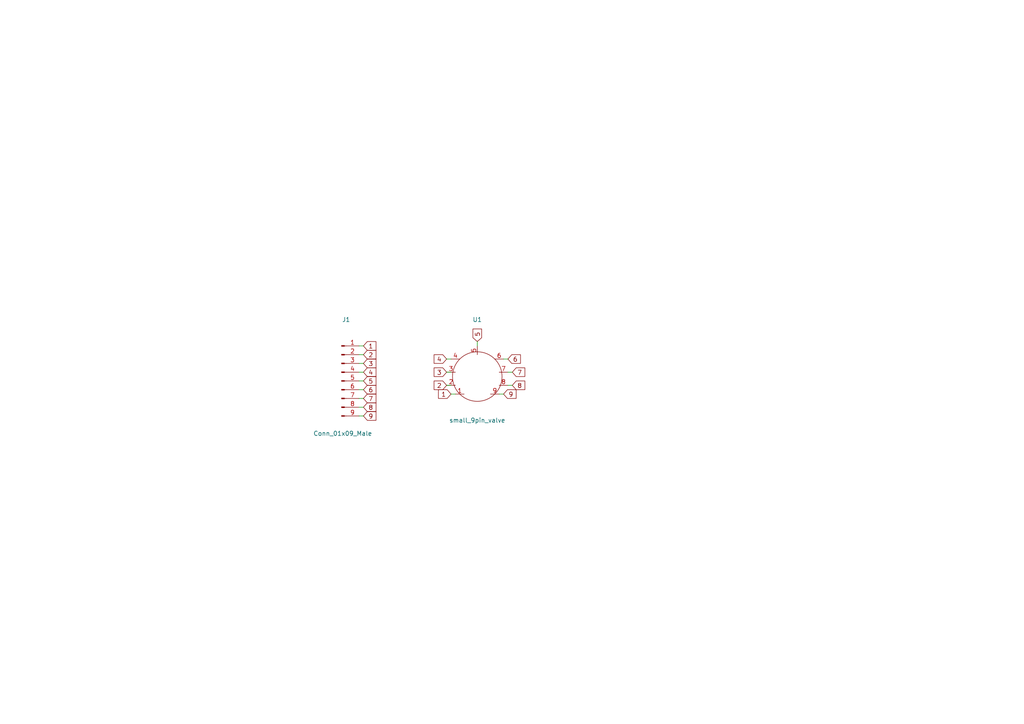
<source format=kicad_sch>
(kicad_sch (version 20211123) (generator eeschema)
  (paper "A4")
  (lib_symbols
    (symbol "Connector:Conn_01x09_Male" (pin_names (offset 1.016) hide)
      (property "Reference" "J" (at 0 12.7 0))
      (property "Value" "Conn_01x09_Male" (at 0 -12.7 0))
      (symbol "Conn_01x09_Male_1_1"
        (polyline (pts (xy 1.27 -10.16) (xy 0.8636 -10.16)) (stroke (width 0.1524)))
        (polyline (pts (xy 1.27 -7.62) (xy 0.8636 -7.62)) (stroke (width 0.1524)))
        (polyline (pts (xy 1.27 -5.08) (xy 0.8636 -5.08)) (stroke (width 0.1524)))
        (polyline (pts (xy 1.27 -2.54) (xy 0.8636 -2.54)) (stroke (width 0.1524)))
        (polyline (pts (xy 1.27 0) (xy 0.8636 0)) (stroke (width 0.1524)))
        (polyline (pts (xy 1.27 2.54) (xy 0.8636 2.54)) (stroke (width 0.1524)))
        (polyline (pts (xy 1.27 5.08) (xy 0.8636 5.08)) (stroke (width 0.1524)))
        (polyline (pts (xy 1.27 7.62) (xy 0.8636 7.62)) (stroke (width 0.1524)))
        (polyline (pts (xy 1.27 10.16) (xy 0.8636 10.16)) (stroke (width 0.1524)))
        (rectangle (start 0.8636 -10.033) (end 0 -10.287) (stroke (width 0.1524)) (fill (type outline)))
        (rectangle (start 0.8636 -7.493) (end 0 -7.747) (stroke (width 0.1524)) (fill (type outline)))
        (rectangle (start 0.8636 -4.953) (end 0 -5.207) (stroke (width 0.1524)) (fill (type outline)))
        (rectangle (start 0.8636 -2.413) (end 0 -2.667) (stroke (width 0.1524)) (fill (type outline)))
        (rectangle (start 0.8636 0.127) (end 0 -0.127) (stroke (width 0.1524)) (fill (type outline)))
        (rectangle (start 0.8636 2.667) (end 0 2.413) (stroke (width 0.1524)) (fill (type outline)))
        (rectangle (start 0.8636 5.207) (end 0 4.953) (stroke (width 0.1524)) (fill (type outline)))
        (rectangle (start 0.8636 7.747) (end 0 7.493) (stroke (width 0.1524)) (fill (type outline)))
        (rectangle (start 0.8636 10.287) (end 0 10.033) (stroke (width 0.1524)) (fill (type outline)))
        (pin passive line (at 5.08 10.16 180) (length 3.81) (name "Pin_1") (number "1"))
        (pin passive line (at 5.08 7.62 180) (length 3.81) (name "Pin_2") (number "2"))
        (pin passive line (at 5.08 5.08 180) (length 3.81) (name "Pin_3") (number "3"))
        (pin passive line (at 5.08 2.54 180) (length 3.81) (name "Pin_4") (number "4"))
        (pin passive line (at 5.08 0 180) (length 3.81) (name "Pin_5") (number "5"))
        (pin passive line (at 5.08 -2.54 180) (length 3.81) (name "Pin_6") (number "6"))
        (pin passive line (at 5.08 -5.08 180) (length 3.81) (name "Pin_7") (number "7"))
        (pin passive line (at 5.08 -7.62 180) (length 3.81) (name "Pin_8") (number "8"))
        (pin passive line (at 5.08 -10.16 180) (length 3.81) (name "Pin_9") (number "9"))
      )
    )
    (symbol "valve_breakout_small9:small_9pin_valve"
      (property "Reference" "U1" (at 0 16.51 0))
      (property "Value" "small_9pin_valve" (at 0 -12.7 0))
      (symbol "small_9pin_valve_0_1"
        (circle (center 0 0) (radius 7.1842))
      )
      (symbol "small_9pin_valve_1_1"
        (pin input line (at -6.35 -5.08 0) (length 2.54) (name "") (number "1"))
        (pin input line (at -8.89 -2.54 0) (length 2.54) (name "") (number "2"))
        (pin input line (at -8.89 1.27 0) (length 2.54) (name "") (number "3"))
        (pin input line (at -7.62 5.08 0) (length 2.54) (name "") (number "4"))
        (pin input line (at 0 8.89 270) (length 2.54) (name "") (number "5"))
        (pin input line (at 7.62 5.08 180) (length 2.54) (name "") (number "6"))
        (pin input line (at 8.89 1.27 180) (length 2.54) (name "") (number "7"))
        (pin input line (at 8.89 -2.54 180) (length 2.54) (name "") (number "8"))
        (pin input line (at 6.35 -5.08 180) (length 2.54) (name "") (number "9"))
      )
    )
  )
  (wire (pts (xy 129.54 111.76) (xy 130.81 111.76)))
  (wire (pts (xy 105.41 118.11) (xy 104.14 118.11)))
  (wire (pts (xy 105.41 105.41) (xy 104.14 105.41)))
  (wire (pts (xy 105.41 115.57) (xy 104.14 115.57)))
  (wire (pts (xy 130.81 114.3) (xy 132.08 114.3)))
  (wire (pts (xy 147.32 104.14) (xy 146.05 104.14)))
  (wire (pts (xy 148.59 111.76) (xy 147.32 111.76)))
  (wire (pts (xy 105.41 113.03) (xy 104.14 113.03)))
  (wire (pts (xy 105.41 100.33) (xy 104.14 100.33)))
  (wire (pts (xy 129.54 104.14) (xy 130.81 104.14)))
  (wire (pts (xy 105.41 107.95) (xy 104.14 107.95)))
  (wire (pts (xy 138.43 99.06) (xy 138.43 100.33)))
  (wire (pts (xy 105.41 110.49) (xy 104.14 110.49)))
  (wire (pts (xy 148.59 107.95) (xy 147.32 107.95)))
  (wire (pts (xy 105.41 102.87) (xy 104.14 102.87)))
  (wire (pts (xy 129.54 107.95) (xy 130.81 107.95)))
  (wire (pts (xy 105.41 120.65) (xy 104.14 120.65)))
  (wire (pts (xy 146.05 114.3) (xy 144.78 114.3)))
  (global_label "8" (shape input) (at 148.59 111.76 0) (property "Intersheet References" "${INTERSHEET_REFS}" (effects hide)))
  (global_label "6" (shape input) (at 105.41 113.03 0) (property "Intersheet References" "${INTERSHEET_REFS}" (effects hide)))
  (global_label "1" (shape input) (at 130.81 114.3 180) (property "Intersheet References" "${INTERSHEET_REFS}" (effects hide)))
  (global_label "5" (shape input) (at 105.41 110.49 0) (property "Intersheet References" "${INTERSHEET_REFS}" (effects hide)))
  (global_label "7" (shape input) (at 105.41 115.57 0) (property "Intersheet References" "${INTERSHEET_REFS}" (effects hide)))
  (global_label "3" (shape input) (at 129.54 107.95 180) (property "Intersheet References" "${INTERSHEET_REFS}" (effects hide)))
  (global_label "6" (shape input) (at 147.32 104.14 0) (property "Intersheet References" "${INTERSHEET_REFS}" (effects hide)))
  (global_label "8" (shape input) (at 105.41 118.11 0) (property "Intersheet References" "${INTERSHEET_REFS}" (effects hide)))
  (global_label "1" (shape input) (at 105.41 100.33 0) (property "Intersheet References" "${INTERSHEET_REFS}" (effects hide)))
  (global_label "3" (shape input) (at 105.41 105.41 0) (property "Intersheet References" "${INTERSHEET_REFS}" (effects hide)))
  (global_label "9" (shape input) (at 105.41 120.65 0) (property "Intersheet References" "${INTERSHEET_REFS}" (effects hide)))
  (global_label "2" (shape input) (at 129.54 111.76 180) (property "Intersheet References" "${INTERSHEET_REFS}" (effects hide)))
  (global_label "4" (shape input) (at 105.41 107.95 0) (property "Intersheet References" "${INTERSHEET_REFS}" (effects hide)))
  (global_label "9" (shape input) (at 146.05 114.3 0) (property "Intersheet References" "${INTERSHEET_REFS}" (effects hide)))
  (global_label "5" (shape input) (at 138.43 99.06 90) (property "Intersheet References" "${INTERSHEET_REFS}" (effects hide)))
  (global_label "7" (shape input) (at 148.59 107.95 0) (property "Intersheet References" "${INTERSHEET_REFS}" (effects hide)))
  (global_label "2" (shape input) (at 105.41 102.87 0) (property "Intersheet References" "${INTERSHEET_REFS}" (effects hide)))
  (global_label "4" (shape input) (at 129.54 104.14 180) (property "Intersheet References" "${INTERSHEET_REFS}" (effects hide)))
  (symbol (lib_id "Connector:Conn_01x09_Male") (at 99.06 110.49 0) (unit 1)
    (property "Reference" "J1" (at 101.6 92.71 0) (effects (justify right)))
    (property "Value" "Conn_01x09_Male" (at 107.95 125.73 0) (effects (justify right)))
    (property "Footprint" "valve_breakout_small9:PinSocket_1x09_P2.54mm_Vertical" (effects hide))
  )
  (symbol (lib_id "valve_breakout_small9:small_9pin_valve") (at 138.43 109.22 0) (unit 1)
    (property "Reference" "U1" (at 138.43 92.71 0))
    (property "Value" "small_9pin_valve" (at 138.43 121.92 0))
    (property "Footprint" "valve_breakout_small9:small9_valve" (effects hide))
  )
)
</source>
